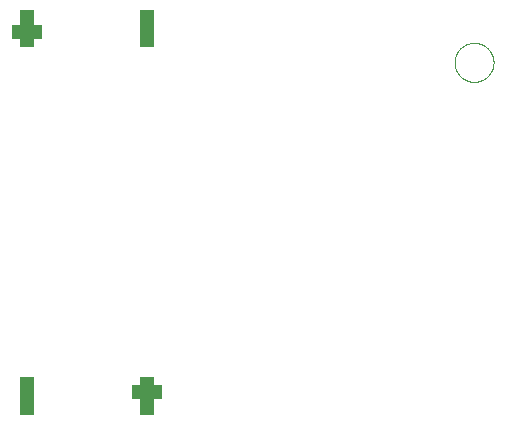
<source format=gko>
G75*
%MOIN*%
%OFA0B0*%
%FSLAX25Y25*%
%IPPOS*%
%LPD*%
%AMOC8*
5,1,8,0,0,1.08239X$1,22.5*
%
%ADD10R,0.05000X0.10000*%
%ADD11R,0.10000X0.05000*%
%ADD12C,0.00000*%
D10*
X0181256Y0039627D03*
X0181256Y0042127D03*
X0221256Y0042127D03*
X0221256Y0039627D03*
X0221256Y0162127D03*
X0221256Y0164627D03*
X0181256Y0164627D03*
X0181256Y0162127D03*
D11*
X0181256Y0162127D03*
X0221256Y0042127D03*
D12*
X0323756Y0152127D02*
X0323758Y0152288D01*
X0323764Y0152448D01*
X0323774Y0152609D01*
X0323788Y0152769D01*
X0323806Y0152929D01*
X0323827Y0153088D01*
X0323853Y0153247D01*
X0323883Y0153405D01*
X0323916Y0153562D01*
X0323954Y0153719D01*
X0323995Y0153874D01*
X0324040Y0154028D01*
X0324089Y0154181D01*
X0324142Y0154333D01*
X0324198Y0154484D01*
X0324259Y0154633D01*
X0324322Y0154781D01*
X0324390Y0154927D01*
X0324461Y0155071D01*
X0324535Y0155213D01*
X0324613Y0155354D01*
X0324695Y0155492D01*
X0324780Y0155629D01*
X0324868Y0155763D01*
X0324960Y0155895D01*
X0325055Y0156025D01*
X0325153Y0156153D01*
X0325254Y0156278D01*
X0325358Y0156400D01*
X0325465Y0156520D01*
X0325575Y0156637D01*
X0325688Y0156752D01*
X0325804Y0156863D01*
X0325923Y0156972D01*
X0326044Y0157077D01*
X0326168Y0157180D01*
X0326294Y0157280D01*
X0326422Y0157376D01*
X0326553Y0157469D01*
X0326687Y0157559D01*
X0326822Y0157646D01*
X0326960Y0157729D01*
X0327099Y0157809D01*
X0327241Y0157885D01*
X0327384Y0157958D01*
X0327529Y0158027D01*
X0327676Y0158093D01*
X0327824Y0158155D01*
X0327974Y0158213D01*
X0328125Y0158268D01*
X0328278Y0158319D01*
X0328432Y0158366D01*
X0328587Y0158409D01*
X0328743Y0158448D01*
X0328899Y0158484D01*
X0329057Y0158515D01*
X0329215Y0158543D01*
X0329374Y0158567D01*
X0329534Y0158587D01*
X0329694Y0158603D01*
X0329854Y0158615D01*
X0330015Y0158623D01*
X0330176Y0158627D01*
X0330336Y0158627D01*
X0330497Y0158623D01*
X0330658Y0158615D01*
X0330818Y0158603D01*
X0330978Y0158587D01*
X0331138Y0158567D01*
X0331297Y0158543D01*
X0331455Y0158515D01*
X0331613Y0158484D01*
X0331769Y0158448D01*
X0331925Y0158409D01*
X0332080Y0158366D01*
X0332234Y0158319D01*
X0332387Y0158268D01*
X0332538Y0158213D01*
X0332688Y0158155D01*
X0332836Y0158093D01*
X0332983Y0158027D01*
X0333128Y0157958D01*
X0333271Y0157885D01*
X0333413Y0157809D01*
X0333552Y0157729D01*
X0333690Y0157646D01*
X0333825Y0157559D01*
X0333959Y0157469D01*
X0334090Y0157376D01*
X0334218Y0157280D01*
X0334344Y0157180D01*
X0334468Y0157077D01*
X0334589Y0156972D01*
X0334708Y0156863D01*
X0334824Y0156752D01*
X0334937Y0156637D01*
X0335047Y0156520D01*
X0335154Y0156400D01*
X0335258Y0156278D01*
X0335359Y0156153D01*
X0335457Y0156025D01*
X0335552Y0155895D01*
X0335644Y0155763D01*
X0335732Y0155629D01*
X0335817Y0155492D01*
X0335899Y0155354D01*
X0335977Y0155213D01*
X0336051Y0155071D01*
X0336122Y0154927D01*
X0336190Y0154781D01*
X0336253Y0154633D01*
X0336314Y0154484D01*
X0336370Y0154333D01*
X0336423Y0154181D01*
X0336472Y0154028D01*
X0336517Y0153874D01*
X0336558Y0153719D01*
X0336596Y0153562D01*
X0336629Y0153405D01*
X0336659Y0153247D01*
X0336685Y0153088D01*
X0336706Y0152929D01*
X0336724Y0152769D01*
X0336738Y0152609D01*
X0336748Y0152448D01*
X0336754Y0152288D01*
X0336756Y0152127D01*
X0336754Y0151966D01*
X0336748Y0151806D01*
X0336738Y0151645D01*
X0336724Y0151485D01*
X0336706Y0151325D01*
X0336685Y0151166D01*
X0336659Y0151007D01*
X0336629Y0150849D01*
X0336596Y0150692D01*
X0336558Y0150535D01*
X0336517Y0150380D01*
X0336472Y0150226D01*
X0336423Y0150073D01*
X0336370Y0149921D01*
X0336314Y0149770D01*
X0336253Y0149621D01*
X0336190Y0149473D01*
X0336122Y0149327D01*
X0336051Y0149183D01*
X0335977Y0149041D01*
X0335899Y0148900D01*
X0335817Y0148762D01*
X0335732Y0148625D01*
X0335644Y0148491D01*
X0335552Y0148359D01*
X0335457Y0148229D01*
X0335359Y0148101D01*
X0335258Y0147976D01*
X0335154Y0147854D01*
X0335047Y0147734D01*
X0334937Y0147617D01*
X0334824Y0147502D01*
X0334708Y0147391D01*
X0334589Y0147282D01*
X0334468Y0147177D01*
X0334344Y0147074D01*
X0334218Y0146974D01*
X0334090Y0146878D01*
X0333959Y0146785D01*
X0333825Y0146695D01*
X0333690Y0146608D01*
X0333552Y0146525D01*
X0333413Y0146445D01*
X0333271Y0146369D01*
X0333128Y0146296D01*
X0332983Y0146227D01*
X0332836Y0146161D01*
X0332688Y0146099D01*
X0332538Y0146041D01*
X0332387Y0145986D01*
X0332234Y0145935D01*
X0332080Y0145888D01*
X0331925Y0145845D01*
X0331769Y0145806D01*
X0331613Y0145770D01*
X0331455Y0145739D01*
X0331297Y0145711D01*
X0331138Y0145687D01*
X0330978Y0145667D01*
X0330818Y0145651D01*
X0330658Y0145639D01*
X0330497Y0145631D01*
X0330336Y0145627D01*
X0330176Y0145627D01*
X0330015Y0145631D01*
X0329854Y0145639D01*
X0329694Y0145651D01*
X0329534Y0145667D01*
X0329374Y0145687D01*
X0329215Y0145711D01*
X0329057Y0145739D01*
X0328899Y0145770D01*
X0328743Y0145806D01*
X0328587Y0145845D01*
X0328432Y0145888D01*
X0328278Y0145935D01*
X0328125Y0145986D01*
X0327974Y0146041D01*
X0327824Y0146099D01*
X0327676Y0146161D01*
X0327529Y0146227D01*
X0327384Y0146296D01*
X0327241Y0146369D01*
X0327099Y0146445D01*
X0326960Y0146525D01*
X0326822Y0146608D01*
X0326687Y0146695D01*
X0326553Y0146785D01*
X0326422Y0146878D01*
X0326294Y0146974D01*
X0326168Y0147074D01*
X0326044Y0147177D01*
X0325923Y0147282D01*
X0325804Y0147391D01*
X0325688Y0147502D01*
X0325575Y0147617D01*
X0325465Y0147734D01*
X0325358Y0147854D01*
X0325254Y0147976D01*
X0325153Y0148101D01*
X0325055Y0148229D01*
X0324960Y0148359D01*
X0324868Y0148491D01*
X0324780Y0148625D01*
X0324695Y0148762D01*
X0324613Y0148900D01*
X0324535Y0149041D01*
X0324461Y0149183D01*
X0324390Y0149327D01*
X0324322Y0149473D01*
X0324259Y0149621D01*
X0324198Y0149770D01*
X0324142Y0149921D01*
X0324089Y0150073D01*
X0324040Y0150226D01*
X0323995Y0150380D01*
X0323954Y0150535D01*
X0323916Y0150692D01*
X0323883Y0150849D01*
X0323853Y0151007D01*
X0323827Y0151166D01*
X0323806Y0151325D01*
X0323788Y0151485D01*
X0323774Y0151645D01*
X0323764Y0151806D01*
X0323758Y0151966D01*
X0323756Y0152127D01*
M02*

</source>
